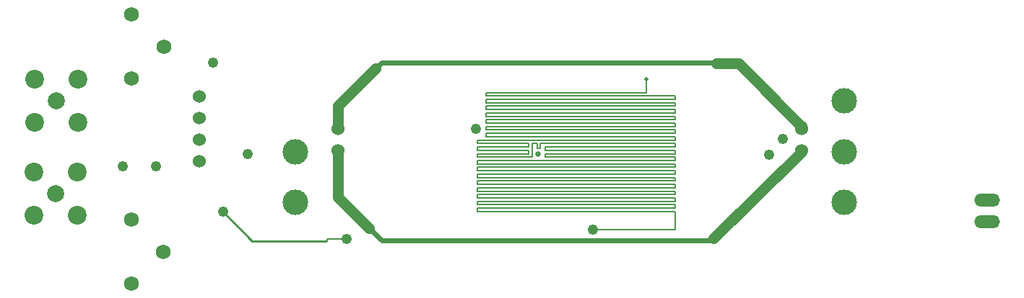
<source format=gbr>
G04 #@! TF.FileFunction,Copper,L1,Top,Signal*
%FSLAX46Y46*%
G04 Gerber Fmt 4.6, Leading zero omitted, Abs format (unit mm)*
G04 Created by KiCad (PCBNEW 4.0.6) date 05/23/18 19:53:49*
%MOMM*%
%LPD*%
G01*
G04 APERTURE LIST*
%ADD10C,0.100000*%
%ADD11C,1.524000*%
%ADD12C,2.200000*%
%ADD13C,2.000000*%
%ADD14C,1.750000*%
%ADD15O,3.010000X1.510000*%
%ADD16C,0.508000*%
%ADD17C,1.219200*%
%ADD18C,0.650010*%
%ADD19C,2.999990*%
%ADD20C,0.254000*%
%ADD21C,0.150010*%
%ADD22C,0.200000*%
%ADD23C,1.270000*%
%ADD24C,0.625000*%
G04 APERTURE END LIST*
D10*
D11*
X21336000Y24638000D03*
X21336000Y27178000D03*
X21336000Y19558000D03*
X21336000Y22098000D03*
D12*
X2032000Y24130000D03*
X2032000Y29210000D03*
X7112000Y29210000D03*
X7112000Y24130000D03*
D13*
X4572000Y26670000D03*
D14*
X13395000Y36770000D03*
X13395000Y29270000D03*
X17145000Y33020000D03*
D12*
X1905000Y13208000D03*
X1905000Y18288000D03*
X6985000Y18288000D03*
X6985000Y13208000D03*
D13*
X4445000Y15748000D03*
D11*
X37592000Y20828000D03*
X37592000Y23368000D03*
D15*
X113665000Y12446000D03*
X113665000Y14986000D03*
D11*
X91948000Y20828000D03*
X91948000Y23368000D03*
D14*
X13335000Y12640000D03*
X13335000Y5140000D03*
X17085000Y8890000D03*
D16*
X73704700Y29164030D03*
D17*
X12299950Y18949920D03*
X16199870Y18949920D03*
X24100030Y13549880D03*
X22900130Y31150050D03*
X53710080Y23360130D03*
D18*
X61000130Y20400010D03*
D17*
X27010110Y20360130D03*
X67444620Y11487400D03*
X38623750Y10348210D03*
D19*
X32599880Y20649950D03*
X96899980Y20649950D03*
X96899980Y26649930D03*
X96899980Y14649960D03*
D17*
X89696040Y22130000D03*
X88141050Y20278600D03*
D19*
X32599880Y14649960D03*
D20*
X24100030Y13549880D02*
X27521150Y10128760D01*
X27521150Y10128760D02*
X36197540Y10128760D01*
D21*
X36197540Y10128760D02*
X36416740Y10348210D01*
X36416740Y10348210D02*
X38623750Y10348210D01*
D22*
X67444620Y11487400D02*
X77110080Y11487400D01*
X77110080Y11487400D02*
X77110080Y13599920D01*
X77110080Y13599920D02*
X53909980Y13599920D01*
X53909980Y13599920D02*
X53909980Y13999970D01*
X53909980Y13999970D02*
X77110080Y13999970D01*
X77110080Y13999970D02*
X77110080Y14400020D01*
X77110080Y14400020D02*
X53909980Y14400020D01*
X53909980Y14400020D02*
X53909980Y14800070D01*
X53909980Y14800070D02*
X77110080Y14800070D01*
X77110080Y14800070D02*
X77110080Y15200120D01*
X77110080Y15200120D02*
X53909980Y15200120D01*
X53909980Y15200120D02*
X53909980Y15599920D01*
X53909980Y15599920D02*
X77110080Y15599920D01*
X77110080Y15599920D02*
X77110080Y15999970D01*
X77110080Y15999970D02*
X53909980Y15999970D01*
X53909980Y15999970D02*
X53909980Y16400020D01*
X53909980Y16400020D02*
X77110080Y16400020D01*
X77110080Y16400020D02*
X77110080Y16800070D01*
X77110080Y16800070D02*
X53909980Y16800070D01*
X53909980Y16800070D02*
X53909980Y17199860D01*
X53909980Y17199860D02*
X77110080Y17199860D01*
X77110080Y17199860D02*
X77110080Y17599910D01*
X77110080Y17599910D02*
X53909980Y17599910D01*
X53909980Y17599910D02*
X53909980Y17999960D01*
X53909980Y17999960D02*
X77110080Y17999960D01*
X77110080Y17999960D02*
X77110080Y18400010D01*
X77110080Y18400010D02*
X53909980Y18400010D01*
X53909980Y18400010D02*
X53909980Y18800060D01*
X53909980Y18800060D02*
X77110080Y18800060D01*
X77110080Y18800060D02*
X77110080Y19200110D01*
X77110080Y19200110D02*
X53909980Y19200110D01*
X53909980Y19200110D02*
X53909980Y19599910D01*
X53909980Y19599910D02*
X77110080Y19599910D01*
X77110080Y19599910D02*
X77110080Y19999960D01*
X77110080Y19999960D02*
X61909960Y19999960D01*
X61909960Y19999960D02*
X61909960Y20400010D01*
X61909960Y20400010D02*
X77110080Y20400010D01*
X77110080Y20400010D02*
X77110080Y20800060D01*
X77110080Y20800060D02*
X61909960Y20800060D01*
X61909960Y20800060D02*
X61909960Y21200110D01*
X61909960Y21200110D02*
X77110080Y21200110D01*
X77110080Y21200110D02*
X77110080Y21599910D01*
X77110080Y21599910D02*
X61310010Y21599910D01*
X61310010Y21599910D02*
X61310010Y20999960D01*
X61310010Y20999960D02*
X60909960Y20999960D01*
X60909960Y20999960D02*
X60909960Y21599910D01*
X60909960Y21599910D02*
X60310010Y21599910D01*
X60310010Y21599910D02*
X60310010Y19999960D01*
X60310010Y19999960D02*
X53909980Y19999960D01*
X53909980Y19999960D02*
X53909980Y20400010D01*
X53909980Y20400010D02*
X59909960Y20400010D01*
X59909960Y20400010D02*
X59909960Y20800060D01*
X59909960Y20800060D02*
X53909980Y20800060D01*
X53909980Y20800060D02*
X53909980Y21200110D01*
X53909980Y21200110D02*
X59909960Y21200110D01*
X59909960Y21200110D02*
X59909960Y21599910D01*
X59909960Y21599910D02*
X53909980Y21599910D01*
X53909980Y21599910D02*
X53909980Y21999960D01*
X53909980Y21999960D02*
X77110080Y21999960D01*
X77110080Y21999960D02*
X77110080Y22400010D01*
X77110080Y22400010D02*
X54909970Y22400010D01*
X54909970Y22400010D02*
X54909970Y22800060D01*
X54909970Y22800060D02*
X77110080Y22800060D01*
X77110080Y22800060D02*
X77110080Y23200110D01*
X77110080Y23200110D02*
X54909970Y23200110D01*
X54909970Y23200110D02*
X54909970Y23599900D01*
X54909970Y23599900D02*
X77110080Y23599900D01*
X77110080Y23599900D02*
X77110080Y23999950D01*
X77110080Y23999950D02*
X54909970Y23999950D01*
X54909970Y23999950D02*
X54909970Y24400000D01*
X54909970Y24400000D02*
X77110080Y24400000D01*
X77110080Y24400000D02*
X77110080Y24800050D01*
X77110080Y24800050D02*
X54909970Y24800050D01*
X54909970Y24800050D02*
X54909970Y25200100D01*
X54909970Y25200100D02*
X77110080Y25200100D01*
X77110080Y25200100D02*
X77110080Y25599900D01*
X77110080Y25599900D02*
X54909970Y25599900D01*
X54909970Y25599900D02*
X54909970Y25999950D01*
X54909970Y25999950D02*
X77110080Y25999950D01*
X77110080Y25999950D02*
X77110080Y26400000D01*
X77110080Y26400000D02*
X54909970Y26400000D01*
X54909970Y26400000D02*
X54909970Y26800050D01*
X54909970Y26800050D02*
X77110080Y26800050D01*
X77110080Y26800050D02*
X77110080Y27200100D01*
X77110080Y27200100D02*
X54909970Y27200100D01*
X54909970Y27200100D02*
X54909970Y27599890D01*
X54909970Y27599890D02*
X73710040Y27599890D01*
X73710040Y27599890D02*
X73710040Y29164030D01*
X73710040Y29164030D02*
X73704700Y29164030D01*
D23*
X37599870Y20649950D02*
X37599870Y15274040D01*
X37599870Y15274040D02*
X41209980Y11663930D01*
D24*
X41209980Y11663930D02*
X42710100Y10164060D01*
X42710100Y10164060D02*
X81778090Y10164060D01*
D20*
X81778090Y10164060D02*
X81778090Y10279890D01*
X81778090Y10279890D02*
X81599790Y10458200D01*
D23*
X81599790Y10458200D02*
X91899990Y20580100D01*
D24*
X42710100Y31150050D02*
X81773780Y31150050D01*
D20*
X81773780Y31150050D02*
X81933030Y30990790D01*
D23*
X81933030Y30990790D02*
X84560410Y30990790D01*
X84560410Y30990790D02*
X84777330Y30773880D01*
X84777330Y30773880D02*
X84777330Y30742890D01*
X84777330Y30742890D02*
X91870280Y23649940D01*
X91870280Y23649940D02*
X91899990Y23649940D01*
X37599870Y23649940D02*
X37599870Y26040080D01*
X37599870Y26040080D02*
X42010080Y30450030D01*
X42010080Y30450030D02*
X42010080Y30464000D01*
D24*
X42010080Y30464000D02*
X42695880Y31150050D01*
D20*
X42695880Y31150050D02*
X42710100Y31150050D01*
M02*

</source>
